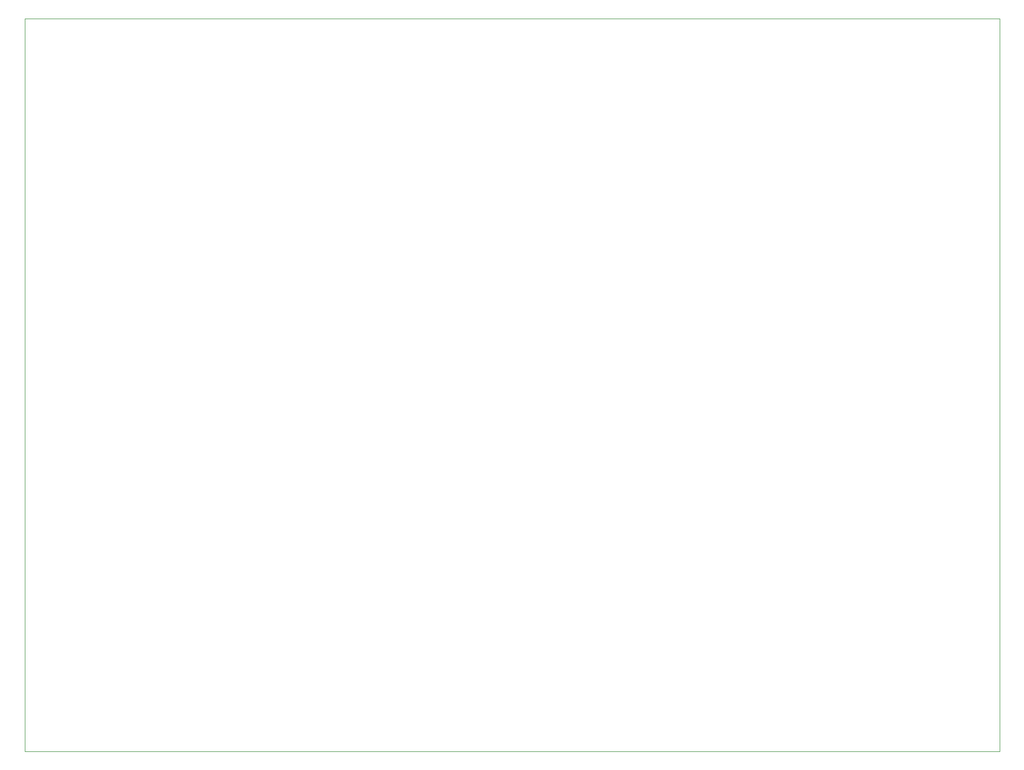
<source format=gbr>
%FSLAX34Y34*%
G04 Gerber Fmt 3.4, Leading zero omitted, Abs format*
G04 (created by PCBNEW (2014-02-03 BZR 4658)-product) date Wed 22 Jul 2015 07:24:16 AM PDT*
%MOIN*%
G01*
G70*
G90*
G04 APERTURE LIST*
%ADD10C,0.005906*%
%ADD11C,0.003937*%
G04 APERTURE END LIST*
G54D10*
G54D11*
X13779Y-61023D02*
X13779Y-13779D01*
X76574Y-61023D02*
X13779Y-61023D01*
X76574Y-13779D02*
X76574Y-61023D01*
X13779Y-13779D02*
X76574Y-13779D01*
M02*

</source>
